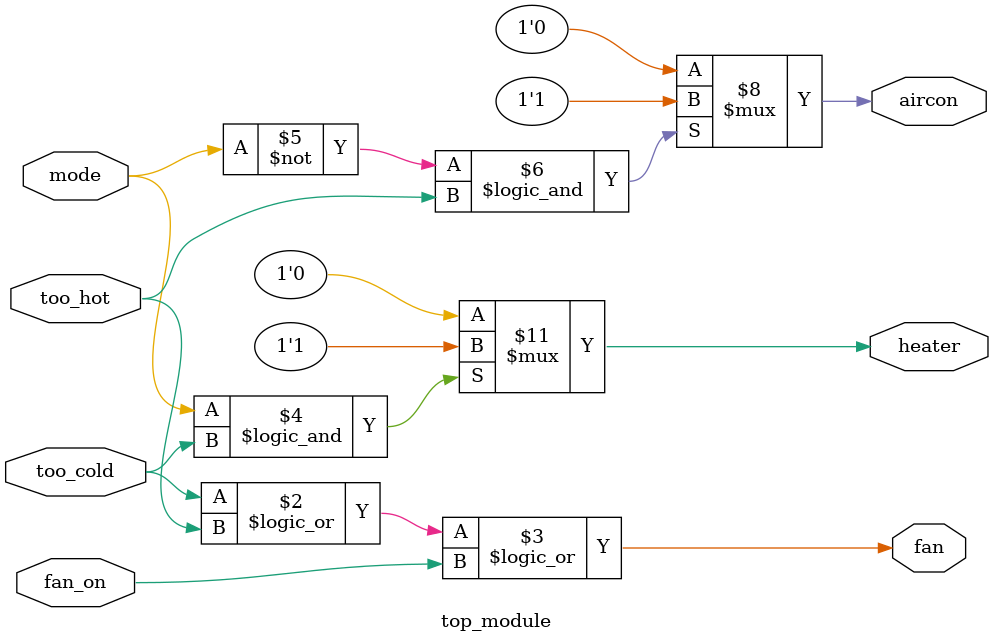
<source format=sv>
module top_module(
    input mode,
    input too_cold, 
    input too_hot,
    input fan_on,
    output reg heater,
    output reg aircon,
    output reg fan
);

always @(*) begin
    // Control the fan
    fan = (too_cold || too_hot) || fan_on;

    // Control the heater
    if (mode && too_cold) begin
        heater = 1'b1;
    end else begin
        heater = 1'b0;
    end

    // Control the air conditioner
    if (~mode && too_hot) begin
        aircon = 1'b1;
    end else begin
        aircon = 1'b0;
    end
end

endmodule

</source>
